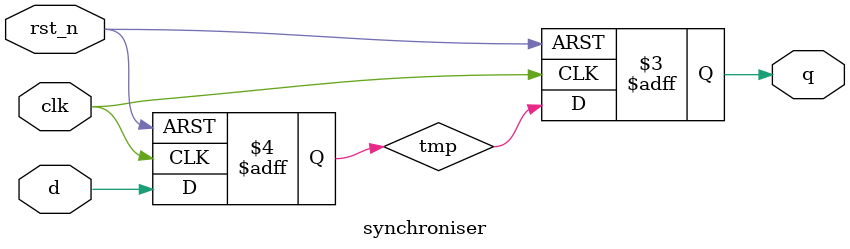
<source format=sv>
/***********************************************************************
        File: synchroniser.sv
 Description: Synchroniser for async signals
      Author: Andrew Parlane
**********************************************************************/

/*
 * This file is part of https://github.com/andrewparlane/iso_iec_14443A
 * Copyright (c) 2020 Andrew Parlane.
 *
 * This is free software: you can redistribute it and/or modify it under
 * the terms of the GNU General Public License as published by the Free
 * Software Foundation, version 3.
 *
 * This program is distributed in the hope that it will be useful, but
 * WITHOUT ANY WARRANTY; without even the implied warranty of
 * MERCHANTABILITY or FITNESS FOR A PARTICULAR PURPOSE. See the GNU
 * General Public License for more details.
 *
 * You should have received a copy of the GNU General Public License
 * along with this code. If not, see <http://www.gnu.org/licenses/>.
 */

`timescale 1ps/1ps

// SDC: set_false_path

module synchroniser
#(
    parameter               WIDTH       = 1,
    parameter [WIDTH-1:0]   RESET_VAL   = '0
)
(
    input                       clk,
    input                       rst_n,
    input           [WIDTH-1:0] d,
    output logic    [WIDTH-1:0] q
);

    logic [WIDTH-1:0] tmp;

    always_ff @(posedge clk, negedge rst_n) begin
        if (!rst_n) begin
            tmp <= RESET_VAL;
            q   <= RESET_VAL;
        end
        else begin
            q   <= tmp;
            tmp <= d;
        end
    end

endmodule

</source>
